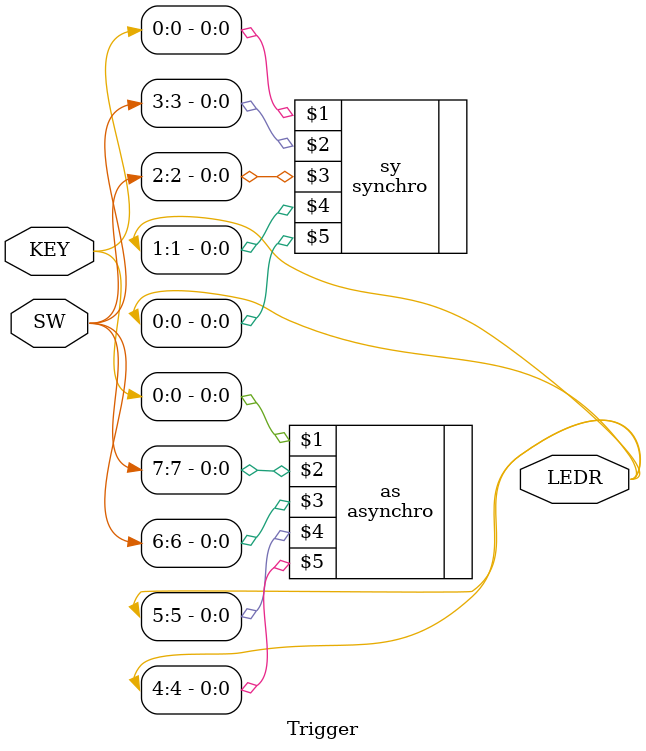
<source format=v>


module Trigger(

	//////////// KEY //////////
	input 		     [3:0]		KEY,

	//////////// SW //////////
	input 		     [9:0]		SW,

	//////////// LED //////////
	output		     [9:0]		LEDR
);



//=======================================================
//  REG/WIRE declarations
//=======================================================

synchro sy(KEY[0], SW[3], SW[2], LEDR[1], LEDR[0]);

asynchro as(KEY[0], SW[7], SW[6], LEDR[5], LEDR[4]);


//=======================================================
//  Structural coding
//=======================================================



endmodule

</source>
